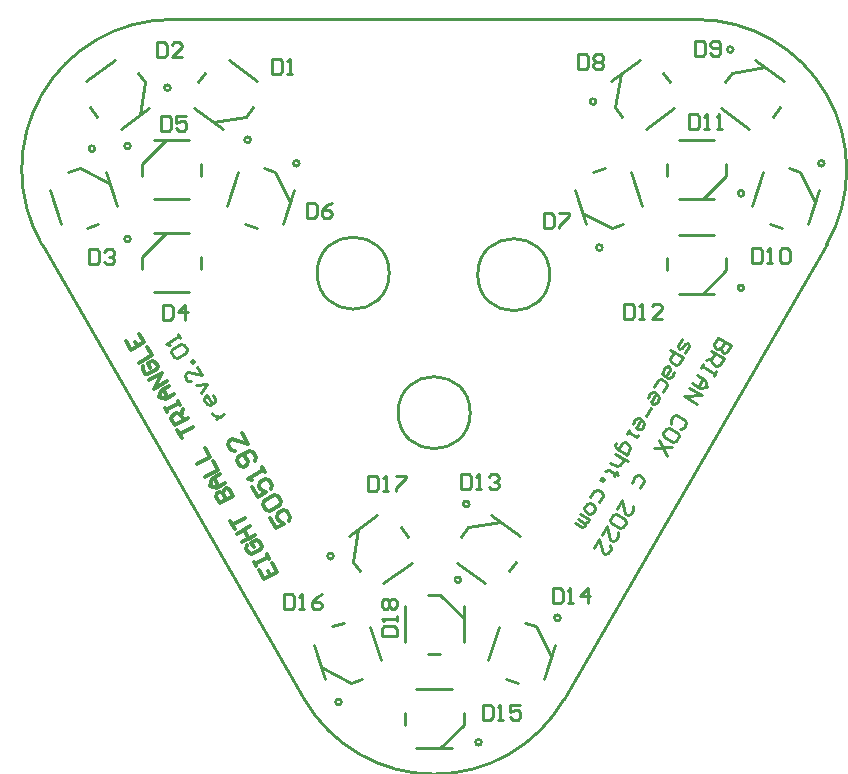
<source format=gto>
%FSLAX25Y25*%
%MOIN*%
G70*
G01*
G75*
G04 Layer_Color=65535*
%ADD10P,0.08352X4X369.0*%
%ADD11P,0.08352X4X81.0*%
%ADD12P,0.08352X4X153.0*%
%ADD13R,0.05906X0.05906*%
%ADD14P,0.08352X4X117.0*%
%ADD15R,0.05906X0.05906*%
%ADD16C,0.02500*%
%ADD17C,0.05000*%
%ADD18C,0.16500*%
%ADD19C,0.04000*%
%ADD20R,0.08000X0.05000*%
%ADD21R,0.05000X0.08000*%
%ADD22R,0.12205X0.17716*%
G04:AMPARAMS|DCode=23|XSize=122.05mil|YSize=177.16mil|CornerRadius=0mil|HoleSize=0mil|Usage=FLASHONLY|Rotation=240.000|XOffset=0mil|YOffset=0mil|HoleType=Round|Shape=Rectangle|*
%AMROTATEDRECTD23*
4,1,4,-0.04620,0.09714,0.10723,0.00856,0.04620,-0.09714,-0.10723,-0.00856,-0.04620,0.09714,0.0*
%
%ADD23ROTATEDRECTD23*%

G04:AMPARAMS|DCode=24|XSize=122.05mil|YSize=177.16mil|CornerRadius=0mil|HoleSize=0mil|Usage=FLASHONLY|Rotation=120.000|XOffset=0mil|YOffset=0mil|HoleType=Round|Shape=Rectangle|*
%AMROTATEDRECTD24*
4,1,4,0.10723,-0.00856,-0.04620,-0.09714,-0.10723,0.00856,0.04620,0.09714,0.10723,-0.00856,0.0*
%
%ADD24ROTATEDRECTD24*%

%ADD25C,0.01000*%
%ADD26C,0.01200*%
D25*
X1230801Y929054D02*
G03*
X1187500Y1004054I-43301J25000D01*
G01*
X1012500D02*
G03*
X969199Y929054I0J-50000D01*
G01*
X1056699Y777500D02*
G03*
X1143301Y777500I43301J25000D01*
G01*
X1112000Y873000D02*
G03*
X1112000Y873000I-12000J0D01*
G01*
X1138500Y919000D02*
G03*
X1138500Y919000I-12000J0D01*
G01*
X1085000Y919500D02*
G03*
X1085000Y919500I-12000J0D01*
G01*
X1038800Y963952D02*
G03*
X1038800Y963952I-984J0D01*
G01*
X1012057Y981308D02*
G03*
X1012057Y981308I-984J0D01*
G01*
X986911Y960974D02*
G03*
X986911Y960974I-984J0D01*
G01*
X998720Y930874D02*
G03*
X998720Y930874I-984J0D01*
G01*
Y961874D02*
G03*
X998720Y961874I-984J0D01*
G01*
X1055035Y956108D02*
G03*
X1055035Y956108I-984J0D01*
G01*
X1156058Y928026D02*
G03*
X1156058Y928026I-984J0D01*
G01*
X1153912Y976692D02*
G03*
X1153912Y976692I-984J0D01*
G01*
X1199668Y994048D02*
G03*
X1199668Y994048I-984J0D01*
G01*
X1230035Y956108D02*
G03*
X1230035Y956108I-984J0D01*
G01*
X1203248Y946126D02*
G03*
X1203248Y946126I-984J0D01*
G01*
Y914626D02*
G03*
X1203248Y914626I-984J0D01*
G01*
X1111668Y842548D02*
G03*
X1111668Y842548I-984J0D01*
G01*
X1142035Y804608D02*
G03*
X1142035Y804608I-984J0D01*
G01*
X1115748Y763126D02*
G03*
X1115748Y763126I-984J0D01*
G01*
X1069058Y776526D02*
G03*
X1069058Y776526I-984J0D01*
G01*
X1066412Y825192D02*
G03*
X1066412Y825192I-984J0D01*
G01*
X1108858Y817264D02*
G03*
X1108858Y817264I-984J0D01*
G01*
X1012500Y1004054D02*
X1187500D01*
X969199Y929054D02*
X1056699Y777500D01*
X1143301D02*
X1230801Y929054D01*
X1026307Y969880D02*
X1037306Y971622D01*
X1031508Y990434D02*
X1041063Y983492D01*
X1019937Y974508D02*
X1029492Y967566D01*
X1021380Y983193D02*
X1023694Y986378D01*
X1037306Y971622D02*
X1039620Y974807D01*
X1001878Y972194D02*
X1003620Y983193D01*
X983937Y983492D02*
X993492Y990434D01*
X995508Y967566D02*
X1005063Y974508D01*
X985380Y974807D02*
X987694Y971622D01*
X1001306Y986378D02*
X1003620Y983193D01*
X981831Y954469D02*
X991753Y949414D01*
X971814Y947075D02*
X975464Y935842D01*
X990536Y953158D02*
X994186Y941925D01*
X984169Y934531D02*
X987914Y935748D01*
X978086Y953253D02*
X981831Y954469D01*
X1002658Y924969D02*
X1010532Y932843D01*
X1006594Y913157D02*
X1018406D01*
X1006594Y932843D02*
X1018406D01*
X1022342Y921031D02*
Y924969D01*
X1002658Y921031D02*
Y924969D01*
Y955968D02*
X1010532Y963842D01*
X1006594Y944158D02*
X1018406D01*
X1006594Y963842D02*
X1018406D01*
X1022342Y952032D02*
Y955968D01*
X1002658Y952032D02*
Y955968D01*
X1046914Y953253D02*
X1051969Y943331D01*
X1030814Y941925D02*
X1034464Y953158D01*
X1049536Y935842D02*
X1053186Y947075D01*
X1037086Y935748D02*
X1040831Y934531D01*
X1043169Y954469D02*
X1046914Y953253D01*
X1149247Y939586D02*
X1159169Y934531D01*
X1165536Y953158D02*
X1169186Y941925D01*
X1146814Y947075D02*
X1150464Y935842D01*
X1153086Y953253D02*
X1156831Y954469D01*
X1159169Y934531D02*
X1162914Y935748D01*
X1160380Y974807D02*
X1162122Y985806D01*
X1170508Y967566D02*
X1180063Y974508D01*
X1158937Y983492D02*
X1168492Y990434D01*
X1176306Y986378D02*
X1178620Y983193D01*
X1160380Y974807D02*
X1162694Y971622D01*
X1199194Y986378D02*
X1210193Y988120D01*
X1195437Y974508D02*
X1204992Y967566D01*
X1207008Y990434D02*
X1216563Y983492D01*
X1212806Y971622D02*
X1215120Y974807D01*
X1196880Y983193D02*
X1199194Y986378D01*
X1221914Y953253D02*
X1226969Y943331D01*
X1205814Y941925D02*
X1209464Y953158D01*
X1224536Y935842D02*
X1228186Y947075D01*
X1212086Y935748D02*
X1215831Y934531D01*
X1218169Y954469D02*
X1221914Y953253D01*
X1189468Y944158D02*
X1197342Y952032D01*
X1181594Y963842D02*
X1193406D01*
X1181594Y944158D02*
X1193406D01*
X1177658Y952032D02*
Y955968D01*
X1197342Y952032D02*
Y955968D01*
X1189468Y912658D02*
X1197342Y920531D01*
X1181594Y932343D02*
X1193406D01*
X1181594Y912658D02*
X1193406D01*
X1177658Y920531D02*
Y924469D01*
X1197342Y920531D02*
Y924469D01*
X1111194Y834878D02*
X1122193Y836620D01*
X1107437Y823008D02*
X1116992Y816066D01*
X1119008Y838934D02*
X1128563Y831992D01*
X1124806Y820122D02*
X1127120Y823307D01*
X1108880Y831693D02*
X1111194Y834878D01*
X1133914Y801752D02*
X1138969Y791831D01*
X1117814Y790425D02*
X1121464Y801658D01*
X1136536Y784342D02*
X1140186Y795575D01*
X1124086Y784247D02*
X1127831Y783031D01*
X1130169Y802969D02*
X1133914Y801752D01*
X1101968Y761158D02*
X1109842Y769031D01*
X1094094Y780842D02*
X1105906D01*
X1094094Y761158D02*
X1105906D01*
X1090158Y769031D02*
Y772968D01*
X1109842Y769031D02*
Y772968D01*
X1062247Y788086D02*
X1072169Y783031D01*
X1078536Y801658D02*
X1082186Y790425D01*
X1059814Y795575D02*
X1063464Y784342D01*
X1066086Y801752D02*
X1069831Y802969D01*
X1072169Y783031D02*
X1075914Y784247D01*
X1072880Y823307D02*
X1074622Y834306D01*
X1083008Y816066D02*
X1092563Y823008D01*
X1071437Y831992D02*
X1080992Y838934D01*
X1088806Y834878D02*
X1091120Y831693D01*
X1072880Y823307D02*
X1075194Y820122D01*
X1101968Y812342D02*
X1109842Y804469D01*
X1090158Y796594D02*
Y808405D01*
X1109842Y796594D02*
Y808405D01*
X1098032Y792658D02*
X1101968D01*
X1098032Y812342D02*
X1101968D01*
X1082502Y798500D02*
X1087500D01*
Y800999D01*
X1086667Y801832D01*
X1083335D01*
X1082502Y800999D01*
Y798500D01*
X1087500Y803498D02*
Y805165D01*
Y804331D01*
X1082502D01*
X1083335Y803498D01*
Y807664D02*
X1082502Y808497D01*
Y810163D01*
X1083335Y810996D01*
X1084168D01*
X1085001Y810163D01*
X1085834Y810996D01*
X1086667D01*
X1087500Y810163D01*
Y808497D01*
X1086667Y807664D01*
X1085834D01*
X1085001Y808497D01*
X1084168Y807664D01*
X1083335D01*
X1085001Y808497D02*
Y810163D01*
X1078000Y851998D02*
Y847000D01*
X1080499D01*
X1081332Y847833D01*
Y851165D01*
X1080499Y851998D01*
X1078000D01*
X1082998Y847000D02*
X1084665D01*
X1083831D01*
Y851998D01*
X1082998Y851165D01*
X1087164Y851998D02*
X1090496D01*
Y851165D01*
X1087164Y847833D01*
Y847000D01*
X1050000Y812498D02*
Y807500D01*
X1052499D01*
X1053332Y808333D01*
Y811665D01*
X1052499Y812498D01*
X1050000D01*
X1054998Y807500D02*
X1056664D01*
X1055831D01*
Y812498D01*
X1054998Y811665D01*
X1062496Y812498D02*
X1060830Y811665D01*
X1059164Y809999D01*
Y808333D01*
X1059997Y807500D01*
X1061663D01*
X1062496Y808333D01*
Y809166D01*
X1061663Y809999D01*
X1059164D01*
X1116245Y775707D02*
Y770709D01*
X1118744D01*
X1119577Y771542D01*
Y774874D01*
X1118744Y775707D01*
X1116245D01*
X1121243Y770709D02*
X1122909D01*
X1122076D01*
Y775707D01*
X1121243Y774874D01*
X1128740Y775707D02*
X1125408D01*
Y773208D01*
X1127074Y774041D01*
X1127907D01*
X1128740Y773208D01*
Y771542D01*
X1127907Y770709D01*
X1126241D01*
X1125408Y771542D01*
X1139500Y814498D02*
Y809500D01*
X1141999D01*
X1142832Y810333D01*
Y813665D01*
X1141999Y814498D01*
X1139500D01*
X1144498Y809500D02*
X1146165D01*
X1145331D01*
Y814498D01*
X1144498Y813665D01*
X1151163Y809500D02*
Y814498D01*
X1148664Y811999D01*
X1151996D01*
X1109000Y852498D02*
Y847500D01*
X1111499D01*
X1112332Y848333D01*
Y851665D01*
X1111499Y852498D01*
X1109000D01*
X1113998Y847500D02*
X1115664D01*
X1114831D01*
Y852498D01*
X1113998Y851665D01*
X1118164D02*
X1118997Y852498D01*
X1120663D01*
X1121496Y851665D01*
Y850832D01*
X1120663Y849999D01*
X1119830D01*
X1120663D01*
X1121496Y849166D01*
Y848333D01*
X1120663Y847500D01*
X1118997D01*
X1118164Y848333D01*
X1163275Y909262D02*
Y904263D01*
X1165775D01*
X1166608Y905096D01*
Y908428D01*
X1165775Y909262D01*
X1163275D01*
X1168274Y904263D02*
X1169940D01*
X1169107D01*
Y909262D01*
X1168274Y908428D01*
X1175771Y904263D02*
X1172439D01*
X1175771Y907595D01*
Y908428D01*
X1174938Y909262D01*
X1173272D01*
X1172439Y908428D01*
X1185000Y972498D02*
Y967500D01*
X1187499D01*
X1188332Y968333D01*
Y971665D01*
X1187499Y972498D01*
X1185000D01*
X1189998Y967500D02*
X1191665D01*
X1190831D01*
Y972498D01*
X1189998Y971665D01*
X1194164Y967500D02*
X1195830D01*
X1194997D01*
Y972498D01*
X1194164Y971665D01*
X1206064Y927857D02*
Y922858D01*
X1208563D01*
X1209396Y923691D01*
Y927024D01*
X1208563Y927857D01*
X1206064D01*
X1211063Y922858D02*
X1212729D01*
X1211896D01*
Y927857D01*
X1211063Y927024D01*
X1215228D02*
X1216061Y927857D01*
X1217727D01*
X1218560Y927024D01*
Y923691D01*
X1217727Y922858D01*
X1216061D01*
X1215228Y923691D01*
Y927024D01*
X1187000Y996998D02*
Y992000D01*
X1189499D01*
X1190332Y992833D01*
Y996165D01*
X1189499Y996998D01*
X1187000D01*
X1191998Y992833D02*
X1192831Y992000D01*
X1194498D01*
X1195331Y992833D01*
Y996165D01*
X1194498Y996998D01*
X1192831D01*
X1191998Y996165D01*
Y995332D01*
X1192831Y994499D01*
X1195331D01*
X1148000Y992498D02*
Y987500D01*
X1150499D01*
X1151332Y988333D01*
Y991665D01*
X1150499Y992498D01*
X1148000D01*
X1152998Y991665D02*
X1153831Y992498D01*
X1155498D01*
X1156331Y991665D01*
Y990832D01*
X1155498Y989999D01*
X1156331Y989166D01*
Y988333D01*
X1155498Y987500D01*
X1153831D01*
X1152998Y988333D01*
Y989166D01*
X1153831Y989999D01*
X1152998Y990832D01*
Y991665D01*
X1153831Y989999D02*
X1155498D01*
X1136500Y939498D02*
Y934500D01*
X1138999D01*
X1139832Y935333D01*
Y938665D01*
X1138999Y939498D01*
X1136500D01*
X1141498D02*
X1144831D01*
Y938665D01*
X1141498Y935333D01*
Y934500D01*
X1057500Y942998D02*
Y938000D01*
X1059999D01*
X1060832Y938833D01*
Y942165D01*
X1059999Y942998D01*
X1057500D01*
X1065831D02*
X1064165Y942165D01*
X1062498Y940499D01*
Y938833D01*
X1063331Y938000D01*
X1064998D01*
X1065831Y938833D01*
Y939666D01*
X1064998Y940499D01*
X1062498D01*
X1009000Y971998D02*
Y967000D01*
X1011499D01*
X1012332Y967833D01*
Y971165D01*
X1011499Y971998D01*
X1009000D01*
X1017331D02*
X1013998D01*
Y969499D01*
X1015664Y970332D01*
X1016498D01*
X1017331Y969499D01*
Y967833D01*
X1016498Y967000D01*
X1014831D01*
X1013998Y967833D01*
X1009500Y908998D02*
Y904000D01*
X1011999D01*
X1012832Y904833D01*
Y908165D01*
X1011999Y908998D01*
X1009500D01*
X1016998Y904000D02*
Y908998D01*
X1014498Y906499D01*
X1017831D01*
X985000Y927498D02*
Y922500D01*
X987499D01*
X988332Y923333D01*
Y926665D01*
X987499Y927498D01*
X985000D01*
X989998Y926665D02*
X990831Y927498D01*
X992498D01*
X993331Y926665D01*
Y925832D01*
X992498Y924999D01*
X991665D01*
X992498D01*
X993331Y924166D01*
Y923333D01*
X992498Y922500D01*
X990831D01*
X989998Y923333D01*
X1007500Y996498D02*
Y991500D01*
X1009999D01*
X1010832Y992333D01*
Y995665D01*
X1009999Y996498D01*
X1007500D01*
X1015831Y991500D02*
X1012498D01*
X1015831Y994832D01*
Y995665D01*
X1014998Y996498D01*
X1013331D01*
X1012498Y995665D01*
X1046000Y990998D02*
Y986000D01*
X1048499D01*
X1049332Y986833D01*
Y990165D01*
X1048499Y990998D01*
X1046000D01*
X1050998Y986000D02*
X1052664D01*
X1051831D01*
Y990998D01*
X1050998Y990165D01*
X1182500Y897500D02*
X1181250Y895336D01*
X1181555Y894198D01*
X1182693Y894503D01*
X1183526Y895945D01*
X1184664Y896250D01*
X1184969Y895112D01*
X1183720Y892948D01*
X1178558Y894004D02*
X1182887Y891505D01*
X1181637Y889341D01*
X1180499Y889036D01*
X1179056Y889869D01*
X1178751Y891007D01*
X1180001Y893171D01*
X1179971Y886455D02*
X1179138Y885012D01*
X1178000Y884707D01*
X1175836Y885957D01*
X1177085Y888121D01*
X1178223Y888426D01*
X1178528Y887288D01*
X1177278Y885124D01*
X1176222Y879962D02*
X1177472Y882126D01*
X1177167Y883264D01*
X1175724Y884097D01*
X1174586Y883792D01*
X1173336Y881628D01*
X1171254Y878021D02*
X1172087Y879464D01*
X1173225Y879769D01*
X1174668Y878936D01*
X1174973Y877798D01*
X1174139Y876355D01*
X1173001Y876050D01*
X1172280Y876466D01*
X1173946Y879352D01*
X1172168Y874607D02*
X1170502Y871721D01*
X1166255Y869363D02*
X1167088Y870806D01*
X1168226Y871111D01*
X1169669Y870278D01*
X1169974Y869140D01*
X1169141Y867697D01*
X1168003Y867392D01*
X1167282Y867809D01*
X1168948Y870695D01*
X1165006Y867199D02*
X1164173Y865756D01*
X1164589Y866477D01*
X1167475Y864811D01*
X1167892Y865533D01*
X1160647Y862982D02*
X1160231Y862260D01*
X1160535Y861122D01*
X1164143Y859040D01*
X1165392Y861204D01*
X1165087Y862342D01*
X1163645Y863175D01*
X1162506Y862870D01*
X1161257Y860706D01*
X1164752Y856764D02*
X1160424Y859263D01*
X1162588Y858013D01*
X1162893Y856875D01*
X1162060Y855432D01*
X1160922Y855128D01*
X1158758Y856377D01*
X1161115Y852130D02*
X1160394Y852547D01*
X1160810Y853268D01*
X1159977Y851825D01*
X1160394Y852547D01*
X1158230Y853796D01*
X1157092Y853491D01*
X1155842Y851327D02*
X1156563Y850910D01*
X1156147Y850189D01*
X1155425Y850605D01*
X1155842Y851327D01*
X1154979Y843168D02*
X1156229Y845332D01*
X1155924Y846470D01*
X1154481Y847303D01*
X1153343Y846998D01*
X1152093Y844834D01*
X1150844Y842669D02*
X1150010Y841227D01*
X1150315Y840089D01*
X1151758Y839256D01*
X1152896Y839560D01*
X1153729Y841003D01*
X1153424Y842141D01*
X1151982Y842974D01*
X1150844Y842669D01*
X1148761Y839062D02*
X1151647Y837396D01*
X1151230Y836675D01*
X1150092Y836370D01*
X1147928Y837619D01*
X1150092Y836370D01*
X1150397Y835232D01*
X1149259Y834927D01*
X1147095Y836176D01*
X1027114Y870834D02*
X1030000Y872500D01*
X1028557Y871667D01*
X1027419Y871972D01*
X1026281Y872277D01*
X1025865Y872998D01*
X1026251Y878993D02*
X1027084Y877550D01*
X1026779Y876412D01*
X1025336Y875579D01*
X1024199Y875884D01*
X1023365Y877327D01*
X1023670Y878465D01*
X1024392Y878881D01*
X1026058Y875996D01*
X1022116Y879491D02*
X1024168Y882600D01*
X1020450Y882377D01*
X1020836Y888372D02*
X1022502Y885486D01*
X1017951Y886706D01*
X1017229Y886289D01*
X1016924Y885151D01*
X1017757Y883708D01*
X1018895Y883403D01*
X1020003Y889815D02*
X1019282Y889398D01*
X1018865Y890120D01*
X1019587Y890536D01*
X1020003Y889815D01*
X1014313Y891339D02*
X1013175Y891644D01*
X1012342Y893087D01*
X1012647Y894225D01*
X1015533Y895891D01*
X1016671Y895586D01*
X1017504Y894144D01*
X1017199Y893006D01*
X1014313Y891339D01*
X1015421Y897751D02*
X1014588Y899194D01*
X1015005Y898472D01*
X1010676Y895973D01*
X1011814Y895668D01*
X1198946Y895384D02*
X1194617Y897883D01*
X1193367Y895719D01*
X1193672Y894581D01*
X1194394Y894164D01*
X1195532Y894469D01*
X1196781Y896634D01*
X1195532Y894469D01*
X1195837Y893331D01*
X1196558Y892915D01*
X1197696Y893219D01*
X1198946Y895384D01*
X1192118Y893554D02*
X1196447Y891055D01*
X1195197Y888891D01*
X1194059Y888586D01*
X1192616Y889419D01*
X1192311Y890557D01*
X1193561Y892721D01*
X1192728Y891278D02*
X1190452Y890668D01*
X1193947Y886726D02*
X1193114Y885283D01*
X1193531Y886005D01*
X1189202Y888504D01*
X1189619Y889226D01*
X1188785Y887783D01*
X1187536Y885618D02*
X1190422Y883952D01*
X1191032Y881676D01*
X1188756Y881066D01*
X1185870Y882732D01*
X1188034Y881483D01*
X1189700Y884369D01*
X1185037Y881290D02*
X1189365Y878790D01*
X1183371Y878404D01*
X1187699Y875905D01*
X1181979Y867664D02*
X1183117Y867969D01*
X1183951Y869411D01*
X1183646Y870549D01*
X1180760Y872216D01*
X1179622Y871911D01*
X1178789Y870468D01*
X1179094Y869330D01*
X1180618Y863640D02*
X1181451Y865083D01*
X1181146Y866221D01*
X1178261Y867887D01*
X1177123Y867582D01*
X1176290Y866139D01*
X1176595Y865001D01*
X1179480Y863335D01*
X1180618Y863640D01*
X1179369Y861475D02*
X1173374Y861089D01*
X1177703Y858590D02*
X1175040Y863975D01*
X1168720Y847948D02*
X1169969Y850112D01*
X1169664Y851250D01*
X1168221Y852083D01*
X1167083Y851779D01*
X1165834Y849614D01*
X1160835Y840957D02*
X1162502Y843843D01*
X1163721Y839291D01*
X1164443Y838874D01*
X1165581Y839179D01*
X1166414Y840622D01*
X1166109Y841760D01*
X1163610Y837431D02*
X1163915Y836293D01*
X1163082Y834850D01*
X1161944Y834545D01*
X1159058Y836211D01*
X1158753Y837350D01*
X1159586Y838792D01*
X1160724Y839097D01*
X1163610Y837431D01*
X1155837Y832299D02*
X1157503Y835185D01*
X1158723Y830633D01*
X1159444Y830217D01*
X1160582Y830522D01*
X1161415Y831964D01*
X1161110Y833102D01*
X1153338Y827971D02*
X1155004Y830856D01*
X1156224Y826304D01*
X1156945Y825888D01*
X1158083Y826193D01*
X1158916Y827636D01*
X1158611Y828774D01*
D26*
X1041505Y820387D02*
X1043171Y817501D01*
X1047500Y820000D01*
X1045834Y822886D01*
X1045336Y818750D02*
X1044503Y820193D01*
X1040672Y821830D02*
X1039839Y823272D01*
X1040256Y822551D01*
X1044584Y825050D01*
X1045001Y824329D01*
X1044168Y825772D01*
X1037645Y828739D02*
X1037340Y827601D01*
X1038173Y826158D01*
X1039311Y825853D01*
X1042197Y827520D01*
X1042502Y828658D01*
X1041669Y830100D01*
X1040531Y830405D01*
X1039088Y829572D01*
X1039921Y828129D01*
X1036090Y829766D02*
X1040419Y832265D01*
X1038255Y831015D01*
X1036588Y833901D01*
X1034424Y832651D01*
X1038753Y835151D01*
X1033591Y834094D02*
X1031925Y836980D01*
X1032758Y835537D01*
X1037087Y838036D01*
X1028593Y842752D02*
X1032921Y845251D01*
X1031672Y847415D01*
X1030534Y847720D01*
X1029812Y847304D01*
X1029507Y846166D01*
X1030757Y844001D01*
X1029507Y846166D01*
X1028369Y846471D01*
X1027648Y846054D01*
X1027343Y844916D01*
X1028593Y842752D01*
X1030422Y849580D02*
X1027536Y847913D01*
X1025260Y848523D01*
X1025870Y850799D01*
X1028756Y852465D01*
X1026592Y851216D01*
X1028258Y848330D01*
X1023594Y851409D02*
X1027923Y853908D01*
X1026257Y856794D01*
X1021095Y855738D02*
X1025424Y858237D01*
X1023758Y861123D01*
X1016097Y864395D02*
X1014431Y867281D01*
X1015264Y865838D01*
X1019592Y868337D01*
X1017926Y871223D02*
X1013597Y868724D01*
X1012348Y870888D01*
X1012653Y872026D01*
X1014096Y872859D01*
X1015234Y872554D01*
X1016483Y870390D01*
X1015650Y871833D02*
X1016260Y874109D01*
X1011098Y873053D02*
X1010265Y874496D01*
X1010682Y873774D01*
X1015011Y876273D01*
X1015427Y875552D01*
X1014594Y876995D01*
X1013344Y879159D02*
X1010459Y877493D01*
X1008183Y878103D01*
X1008792Y880379D01*
X1011678Y882045D01*
X1009514Y880795D01*
X1011180Y877910D01*
X1010845Y883488D02*
X1006516Y880989D01*
X1009179Y886374D01*
X1004850Y883875D01*
X1003073Y888620D02*
X1002768Y887482D01*
X1003601Y886039D01*
X1004739Y885734D01*
X1007625Y887400D01*
X1007930Y888538D01*
X1007096Y889981D01*
X1005958Y890286D01*
X1004515Y889453D01*
X1005349Y888010D01*
X1001518Y889646D02*
X1005847Y892145D01*
X1004181Y895031D01*
X997353Y896861D02*
X999019Y893975D01*
X1003348Y896474D01*
X1001682Y899360D01*
X1001183Y895224D02*
X1000350Y896667D01*
X1045306Y837964D02*
X1047305Y834501D01*
X1049903Y836001D01*
X1048037Y837232D01*
X1047538Y838098D01*
X1047903Y839464D01*
X1049635Y840463D01*
X1051000Y840097D01*
X1052000Y838366D01*
X1051634Y837000D01*
X1045172Y840195D02*
X1043807Y840561D01*
X1042807Y842293D01*
X1043173Y843658D01*
X1046636Y845658D01*
X1048001Y845292D01*
X1049001Y843560D01*
X1048635Y842195D01*
X1045172Y840195D01*
X1039308Y848353D02*
X1041308Y844890D01*
X1043905Y846389D01*
X1042039Y847621D01*
X1041539Y848487D01*
X1041905Y849852D01*
X1043637Y850852D01*
X1045002Y850486D01*
X1046002Y848755D01*
X1045636Y847389D01*
X1043503Y853083D02*
X1042503Y854815D01*
X1043003Y853949D01*
X1037809Y850950D01*
X1039174Y850584D01*
X1040138Y856912D02*
X1040504Y858278D01*
X1039504Y860009D01*
X1038139Y860375D01*
X1034676Y858376D01*
X1034310Y857010D01*
X1035309Y855279D01*
X1036675Y854913D01*
X1037541Y855413D01*
X1037907Y856778D01*
X1036407Y859376D01*
X1036005Y866070D02*
X1038005Y862607D01*
X1032542Y864070D01*
X1031677Y863570D01*
X1031311Y862205D01*
X1032310Y860473D01*
X1033676Y860107D01*
M02*

</source>
